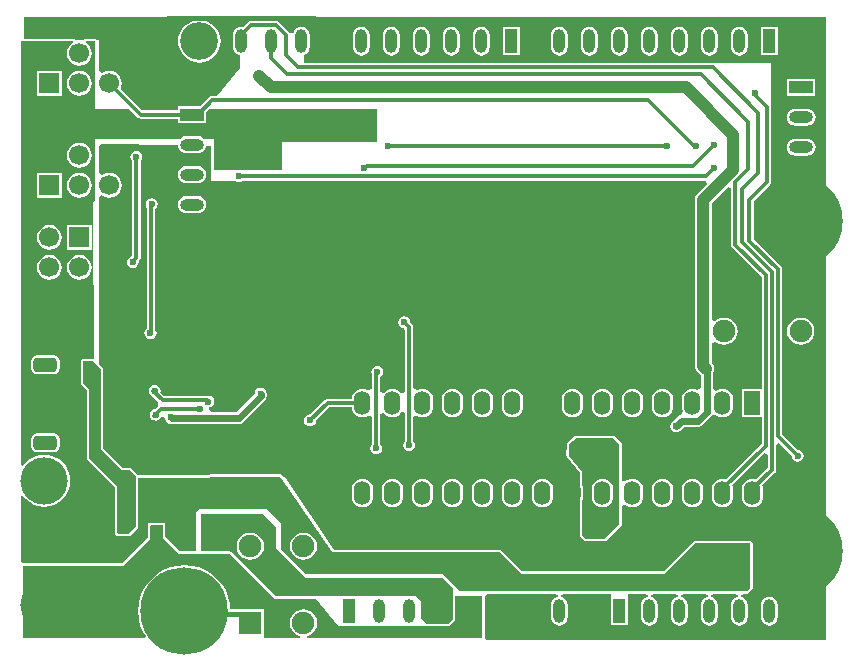
<source format=gbl>
G04*
G04 #@! TF.GenerationSoftware,Altium Limited,Altium Designer,20.2.5 (213)*
G04*
G04 Layer_Physical_Order=2*
G04 Layer_Color=16711680*
%FSLAX44Y44*%
%MOMM*%
G71*
G04*
G04 #@! TF.SameCoordinates,D028A582-A43C-45AF-95F9-5D6BD50934B0*
G04*
G04*
G04 #@! TF.FilePolarity,Positive*
G04*
G01*
G75*
%ADD26R,1.9000X1.9000*%
%ADD63R,1.9000X1.9000*%
%ADD64C,1.9000*%
%ADD71C,0.3000*%
%ADD73C,0.6000*%
%ADD74C,0.4000*%
%ADD75C,1.0000*%
%ADD78C,3.2000*%
%ADD79C,4.0000*%
%ADD80R,1.0000X2.0000*%
%ADD81O,1.0000X2.0000*%
%ADD82O,2.0000X1.0000*%
%ADD83R,2.0000X1.0000*%
%ADD84C,7.4000*%
%ADD85R,1.7000X1.7000*%
%ADD86C,1.7000*%
%ADD87R,1.4000X2.0000*%
%ADD88O,1.4000X2.0000*%
G04:AMPARAMS|DCode=89|XSize=2mm|YSize=1.2mm|CornerRadius=0.3mm|HoleSize=0mm|Usage=FLASHONLY|Rotation=0.000|XOffset=0mm|YOffset=0mm|HoleType=Round|Shape=RoundedRectangle|*
%AMROUNDEDRECTD89*
21,1,2.0000,0.6000,0,0,0.0*
21,1,1.4000,1.2000,0,0,0.0*
1,1,0.6000,0.7000,-0.3000*
1,1,0.6000,-0.7000,-0.3000*
1,1,0.6000,-0.7000,0.3000*
1,1,0.6000,0.7000,0.3000*
%
%ADD89ROUNDEDRECTD89*%
%ADD90C,0.6000*%
G36*
X683191Y1152D02*
X395191Y1152D01*
X394039Y3952D01*
Y38000D01*
X395961Y40011D01*
X396412Y40279D01*
X453164D01*
X455697Y39150D01*
Y39150D01*
D01*
X455819Y37279D01*
X455661Y37258D01*
X455373Y37220D01*
X453670Y36514D01*
X452208Y35392D01*
X451086Y33930D01*
X450380Y32227D01*
X450140Y30400D01*
Y20400D01*
X450380Y18573D01*
X451086Y16870D01*
X452208Y15408D01*
X453670Y14286D01*
X455373Y13580D01*
X457200Y13340D01*
X459027Y13580D01*
X460730Y14286D01*
X462192Y15408D01*
X463315Y16870D01*
X464020Y18573D01*
X464260Y20400D01*
Y30400D01*
X464020Y32227D01*
X463315Y33930D01*
X462192Y35392D01*
X460730Y36514D01*
X459027Y37220D01*
X458739Y37258D01*
X458581Y37279D01*
X458703Y39150D01*
X461236Y40279D01*
X500707D01*
X501000Y37400D01*
X501000Y37279D01*
Y25859D01*
X500940Y25400D01*
X501000Y24941D01*
Y13400D01*
X515000D01*
Y24941D01*
X515060Y25400D01*
X515000Y25859D01*
Y37279D01*
X515000Y37400D01*
X515293Y40279D01*
X529364D01*
X531897Y39150D01*
Y39150D01*
D01*
X532019Y37279D01*
X531861Y37258D01*
X531573Y37220D01*
X529870Y36514D01*
X528408Y35392D01*
X527285Y33930D01*
X526580Y32227D01*
X526340Y30400D01*
Y20400D01*
X526580Y18573D01*
X527285Y16870D01*
X528408Y15408D01*
X529870Y14286D01*
X531573Y13580D01*
X533400Y13340D01*
X535227Y13580D01*
X536930Y14286D01*
X538392Y15408D01*
X539515Y16870D01*
X540220Y18573D01*
X540460Y20400D01*
Y30400D01*
X540220Y32227D01*
X539515Y33930D01*
X538392Y35392D01*
X536930Y36514D01*
X535227Y37220D01*
X534939Y37258D01*
X534781Y37279D01*
X534903Y39150D01*
X537436Y40279D01*
X554764D01*
X557297Y39150D01*
Y39150D01*
D01*
X557419Y37279D01*
X557261Y37258D01*
X556973Y37220D01*
X555270Y36514D01*
X553808Y35392D01*
X552686Y33930D01*
X551980Y32227D01*
X551740Y30400D01*
Y20400D01*
X551980Y18573D01*
X552686Y16870D01*
X553808Y15408D01*
X555270Y14286D01*
X556973Y13580D01*
X558800Y13340D01*
X560627Y13580D01*
X562330Y14286D01*
X563792Y15408D01*
X564915Y16870D01*
X565620Y18573D01*
X565860Y20400D01*
Y30400D01*
X565620Y32227D01*
X564915Y33930D01*
X563792Y35392D01*
X562330Y36514D01*
X560627Y37220D01*
X560339Y37258D01*
X560181Y37279D01*
X560303Y39150D01*
X562836Y40279D01*
X580164D01*
X582697Y39150D01*
Y39150D01*
D01*
X582819Y37279D01*
X582661Y37258D01*
X582373Y37220D01*
X580670Y36514D01*
X579208Y35392D01*
X578086Y33930D01*
X577380Y32227D01*
X577140Y30400D01*
Y20400D01*
X577380Y18573D01*
X578086Y16870D01*
X579208Y15408D01*
X580670Y14286D01*
X582373Y13580D01*
X584200Y13340D01*
X586027Y13580D01*
X587730Y14286D01*
X589192Y15408D01*
X590314Y16870D01*
X591020Y18573D01*
X591260Y20400D01*
Y30400D01*
X591020Y32227D01*
X590314Y33930D01*
X589192Y35392D01*
X587730Y36514D01*
X586027Y37220D01*
X585739Y37258D01*
X585581Y37279D01*
X585703Y39150D01*
X588236Y40279D01*
X605564D01*
X608097Y39150D01*
Y39150D01*
D01*
X608219Y37279D01*
X608061Y37258D01*
X607773Y37220D01*
X606070Y36514D01*
X604608Y35392D01*
X603485Y33930D01*
X602780Y32227D01*
X602540Y30400D01*
Y20400D01*
X602780Y18573D01*
X603485Y16870D01*
X604608Y15408D01*
X606070Y14286D01*
X607773Y13580D01*
X609600Y13340D01*
X611427Y13580D01*
X613130Y14286D01*
X614592Y15408D01*
X615714Y16870D01*
X616420Y18573D01*
X616660Y20400D01*
Y30400D01*
X616420Y32227D01*
X615714Y33930D01*
X614592Y35392D01*
X613130Y36514D01*
X611427Y37220D01*
X611139Y37258D01*
X610981Y37279D01*
X611103Y39150D01*
X613636Y40279D01*
X615682D01*
X616463Y40434D01*
X617124Y40876D01*
X620124Y43876D01*
X620566Y44538D01*
X620721Y45318D01*
X620721Y83000D01*
X620566Y83780D01*
X620124Y84442D01*
X619463Y84884D01*
X618682Y85039D01*
X572000Y85039D01*
X572000Y85039D01*
X571220Y84884D01*
X570558Y84442D01*
X570558Y84442D01*
X545473Y59357D01*
X428117D01*
X428000Y59334D01*
X427883Y59357D01*
X425527D01*
X408124Y76760D01*
X407462Y77202D01*
X406682Y77357D01*
X266761D01*
X225191Y139509D01*
X223358D01*
X223342Y139532D01*
X223124Y139858D01*
X223121Y139860D01*
X223119Y139864D01*
X222217Y140758D01*
X222214Y140760D01*
X222212Y140764D01*
X221878Y140983D01*
X221554Y141198D01*
X221550Y141199D01*
X221547Y141201D01*
X221158Y141275D01*
X220773Y141350D01*
X220769Y141349D01*
X220765Y141350D01*
X100774Y140441D01*
X100770Y140440D01*
X100634Y140530D01*
X100192Y141192D01*
X95192Y146192D01*
X94530Y146634D01*
X93750Y146789D01*
X87845Y146789D01*
X70789Y163845D01*
X70789Y230500D01*
X70789Y230500D01*
X70634Y231280D01*
X70192Y231942D01*
X70192Y231942D01*
X67191Y234943D01*
X67191Y375977D01*
X70191Y377456D01*
X70905Y376908D01*
X73459Y375850D01*
X76200Y375489D01*
X78941Y375850D01*
X81495Y376908D01*
X83689Y378591D01*
X85372Y380785D01*
X86430Y383339D01*
X86791Y386080D01*
X86430Y388821D01*
X85372Y391375D01*
X83689Y393569D01*
X81495Y395252D01*
X78941Y396310D01*
X76200Y396671D01*
X73459Y396310D01*
X70905Y395252D01*
X70191Y394704D01*
X67191Y396183D01*
Y418690D01*
X69325Y420799D01*
X134016Y420017D01*
X134180Y418773D01*
X134886Y417070D01*
X136007Y415608D01*
X137470Y414486D01*
X139173Y413780D01*
X141000Y413540D01*
X151000D01*
X152827Y413780D01*
X154530Y414486D01*
X155992Y415608D01*
X157114Y417070D01*
X157820Y418773D01*
X157946Y419728D01*
X162554Y419673D01*
Y390000D01*
X182987D01*
X184049Y389290D01*
X186000Y388902D01*
X187951Y389290D01*
X189013Y390000D01*
X581095Y390000D01*
X582243Y387228D01*
X574008Y378993D01*
X572886Y377530D01*
X572180Y375827D01*
X571940Y374000D01*
Y232929D01*
X572180Y231102D01*
X572886Y229399D01*
X574008Y227937D01*
X576008Y225937D01*
X576752Y225366D01*
Y214760D01*
X575728Y213907D01*
X573752Y213055D01*
X572200Y213698D01*
X569850Y214008D01*
X567500Y213698D01*
X565311Y212792D01*
X563431Y211349D01*
X561988Y209469D01*
X561082Y207279D01*
X560772Y204930D01*
Y198930D01*
X561082Y196581D01*
X561725Y195028D01*
X561352Y193620D01*
X561199Y193314D01*
X560141Y191871D01*
X558979Y191640D01*
X557325Y190535D01*
X552395Y185605D01*
X551290Y183951D01*
X550902Y182000D01*
X551290Y180049D01*
X552395Y178395D01*
X554049Y177290D01*
X556000Y176902D01*
X557951Y177290D01*
X559605Y178395D01*
X563042Y181832D01*
X574821D01*
X576771Y182220D01*
X578425Y183325D01*
X585455Y190355D01*
X586036Y191225D01*
X586891Y191618D01*
X588693Y191947D01*
X589601Y191920D01*
X590711Y191068D01*
X592901Y190162D01*
X595250Y189852D01*
X597599Y190162D01*
X599789Y191068D01*
X601669Y192511D01*
X603111Y194391D01*
X604018Y196581D01*
X604328Y198930D01*
Y204930D01*
X604018Y207279D01*
X603111Y209469D01*
X601669Y211349D01*
X599789Y212792D01*
X597599Y213698D01*
X595250Y214008D01*
X592901Y213698D01*
X590711Y212792D01*
X589948Y212206D01*
X586948Y213630D01*
Y227182D01*
X587114Y227399D01*
X587820Y229102D01*
X588060Y230929D01*
X587820Y232757D01*
X587114Y234459D01*
X586060Y235833D01*
Y252390D01*
X586550Y252807D01*
X589060Y253713D01*
X590700Y252455D01*
X593498Y251296D01*
X596500Y250901D01*
X599502Y251296D01*
X602300Y252455D01*
X604702Y254298D01*
X606545Y256700D01*
X607704Y259498D01*
X608099Y262500D01*
X607704Y265502D01*
X606545Y268300D01*
X604702Y270702D01*
X602300Y272545D01*
X599502Y273704D01*
X596500Y274099D01*
X593498Y273704D01*
X590700Y272545D01*
X589060Y271287D01*
X586550Y272192D01*
X586060Y272610D01*
Y371076D01*
X599660Y384675D01*
X602431Y383527D01*
Y335950D01*
X602703Y334584D01*
X603477Y333426D01*
X628432Y308472D01*
Y213930D01*
X611650D01*
Y189930D01*
X628432D01*
Y166958D01*
X598570Y137096D01*
X597599Y137498D01*
X595250Y137808D01*
X592901Y137498D01*
X590711Y136592D01*
X588831Y135149D01*
X587388Y133269D01*
X586482Y131080D01*
X586172Y128730D01*
Y122730D01*
X586482Y120380D01*
X587388Y118191D01*
X588831Y116311D01*
X590711Y114868D01*
X592901Y113962D01*
X595250Y113652D01*
X597599Y113962D01*
X599789Y114868D01*
X601669Y116311D01*
X603111Y118191D01*
X604018Y120380D01*
X604328Y122730D01*
Y128730D01*
X604018Y131080D01*
X603616Y132050D01*
X630660Y159093D01*
X633431Y157945D01*
Y146558D01*
X623970Y137096D01*
X622999Y137498D01*
X620650Y137808D01*
X618301Y137498D01*
X616111Y136592D01*
X614231Y135149D01*
X612789Y133269D01*
X611882Y131080D01*
X611572Y128730D01*
Y122730D01*
X611882Y120380D01*
X612789Y118191D01*
X614231Y116311D01*
X616111Y114868D01*
X618301Y113962D01*
X620650Y113652D01*
X622999Y113962D01*
X625189Y114868D01*
X627069Y116311D01*
X628511Y118191D01*
X629418Y120380D01*
X629728Y122730D01*
Y128730D01*
X629418Y131080D01*
X629016Y132050D01*
X639523Y142557D01*
X640297Y143714D01*
X640569Y145080D01*
Y166465D01*
X643340Y167613D01*
X653911Y157043D01*
X653902Y157000D01*
X654290Y155049D01*
X655395Y153395D01*
X657049Y152290D01*
X659000Y151902D01*
X660951Y152290D01*
X662605Y153395D01*
X663710Y155049D01*
X664098Y157000D01*
X663710Y158951D01*
X662605Y160605D01*
X660951Y161710D01*
X659000Y162098D01*
X658957Y162089D01*
X645569Y175478D01*
Y315142D01*
X645297Y316508D01*
X644523Y317665D01*
X621569Y340620D01*
Y372522D01*
X635523Y386477D01*
X636297Y387634D01*
X636569Y389000D01*
Y390000D01*
X636761D01*
X636761Y490000D01*
X240991D01*
X240744Y496245D01*
X242290Y496885D01*
X243752Y498008D01*
X244874Y499470D01*
X245580Y501173D01*
X245820Y503000D01*
Y513000D01*
X245580Y514827D01*
X244874Y516530D01*
X243752Y517993D01*
X242290Y519114D01*
X240587Y519820D01*
X238760Y520060D01*
X236933Y519820D01*
X235230Y519114D01*
X233768Y517993D01*
X232645Y516530D01*
X232086Y515180D01*
X230980Y514857D01*
X228927Y514920D01*
X228523Y515523D01*
X222523Y521523D01*
X221366Y522297D01*
X221072Y522355D01*
X219404Y524023D01*
X218246Y524797D01*
X216881Y525069D01*
X196500D01*
X195134Y524797D01*
X193977Y524023D01*
X189775Y519822D01*
X187960Y520060D01*
X186133Y519820D01*
X184430Y519114D01*
X182968Y517993D01*
X181845Y516530D01*
X181140Y514827D01*
X180900Y513000D01*
Y503000D01*
X181140Y501173D01*
X181845Y499470D01*
X182968Y498008D01*
X184430Y496885D01*
X186133Y496180D01*
X186542Y496126D01*
Y485000D01*
X167134Y461569D01*
X163000D01*
X161634Y461297D01*
X160477Y460523D01*
X152953Y453000D01*
X146459D01*
X146000Y453060D01*
X145541Y453000D01*
X134000D01*
Y449569D01*
X104118D01*
X85715Y467972D01*
X86430Y469699D01*
X86791Y472440D01*
X86430Y475181D01*
X85372Y477735D01*
X83689Y479929D01*
X81495Y481612D01*
X78941Y482670D01*
X76200Y483031D01*
X73459Y482670D01*
X70905Y481612D01*
X70191Y481064D01*
X67191Y482543D01*
Y509227D01*
X65486Y509217D01*
X65124Y509760D01*
X64462Y510202D01*
X63682Y510357D01*
X56261D01*
X56064Y510318D01*
X55863D01*
X55677Y510241D01*
X55480Y510202D01*
X55313Y510090D01*
X55128Y510013D01*
X54986Y509871D01*
X54819Y509760D01*
X54707Y509593D01*
X54565Y509451D01*
X54488Y509265D01*
X54417Y509158D01*
X47209Y509120D01*
X47112Y509265D01*
X47035Y509451D01*
X46893Y509593D01*
X46781Y509760D01*
X46614Y509871D01*
X46472Y510013D01*
X46287Y510090D01*
X46120Y510202D01*
X45923Y510241D01*
X45737Y510318D01*
X45536D01*
X45339Y510357D01*
X3942Y510357D01*
X3942Y528152D01*
X146489D01*
X146933Y525152D01*
X145478Y524710D01*
X142351Y523039D01*
X139611Y520789D01*
X137361Y518049D01*
X135690Y514922D01*
X134661Y511529D01*
X134313Y508000D01*
X134661Y504471D01*
X135690Y501078D01*
X137361Y497951D01*
X139611Y495210D01*
X142351Y492961D01*
X145478Y491290D01*
X148871Y490261D01*
X152400Y489913D01*
X155929Y490261D01*
X159322Y491290D01*
X162449Y492961D01*
X165189Y495210D01*
X167439Y497951D01*
X169110Y501078D01*
X170140Y504471D01*
X170487Y508000D01*
X170140Y511529D01*
X169110Y514922D01*
X167439Y518049D01*
X165189Y520789D01*
X162449Y523039D01*
X159322Y524710D01*
X157866Y525152D01*
X158312Y528152D01*
X683191D01*
X683191Y1152D01*
D02*
G37*
G36*
X45339Y508318D02*
X45592Y507048D01*
X45505Y507012D01*
X43311Y505329D01*
X41628Y503135D01*
X40570Y500581D01*
X40209Y497840D01*
X40570Y495099D01*
X41628Y492545D01*
X43311Y490351D01*
X45505Y488668D01*
X48059Y487610D01*
X50800Y487249D01*
X53541Y487610D01*
X56095Y488668D01*
X58289Y490351D01*
X59972Y492545D01*
X61030Y495099D01*
X61391Y497840D01*
X61030Y500581D01*
X59972Y503135D01*
X58289Y505329D01*
X56095Y507012D01*
X56008Y507048D01*
X56261Y508318D01*
X63682D01*
Y451000D01*
X92593D01*
X100117Y443477D01*
X101274Y442703D01*
X102640Y442431D01*
X134000D01*
Y439000D01*
X145541D01*
X146000Y438940D01*
X146459Y439000D01*
X158000D01*
Y447953D01*
X161047Y451000D01*
X302914Y451000D01*
X303107Y423901D01*
X302213Y423000D01*
X222000Y423000D01*
Y398932D01*
X186833Y398932D01*
X186000Y399098D01*
X185167Y398932D01*
X165000D01*
Y425000D01*
X156447Y425000D01*
X155992Y425592D01*
X154530Y426715D01*
X152827Y427420D01*
X151000Y427660D01*
X141000D01*
X139173Y427420D01*
X137470Y426715D01*
X136007Y425592D01*
X135553Y425000D01*
X63682Y425000D01*
Y373318D01*
X62682Y372318D01*
Y364318D01*
X63417Y240204D01*
X63332Y240062D01*
X62152Y239259D01*
X62000Y239289D01*
X54250Y239289D01*
X53470Y239134D01*
X52808Y238692D01*
X52558Y238442D01*
X52116Y237780D01*
X51961Y237000D01*
Y218250D01*
X52116Y217470D01*
X52558Y216808D01*
X52558Y216808D01*
X56961Y212405D01*
Y155250D01*
X56961Y155250D01*
X57116Y154470D01*
X57558Y153808D01*
X80711Y130655D01*
Y92500D01*
X80866Y91720D01*
X81308Y91058D01*
X81308Y91058D01*
X82808Y89558D01*
X83470Y89116D01*
X84250Y88961D01*
X92500D01*
X92500Y88961D01*
X93280Y89116D01*
X93942Y89558D01*
X93942Y89558D01*
X100192Y95808D01*
X100634Y96470D01*
X100789Y97250D01*
Y138402D01*
X220781Y139311D01*
X221682Y138416D01*
Y138318D01*
X265000Y75318D01*
X406682D01*
X424682Y57318D01*
X427883D01*
X428000Y57295D01*
X428117Y57318D01*
X546318D01*
X572000Y83000D01*
X618682Y83000D01*
X618682Y45318D01*
X615682Y42318D01*
X372682D01*
X357682Y57318D01*
X242682Y57318D01*
X221682Y78318D01*
X221682Y100318D01*
X209682Y112318D01*
X152682D01*
X149682Y109318D01*
Y76039D01*
X135846D01*
X123539Y88346D01*
X123539Y98000D01*
X123384Y98780D01*
X123200Y99056D01*
Y100000D01*
X121697D01*
X121500Y100039D01*
X111000D01*
X110803Y100000D01*
X109200D01*
Y98906D01*
X109116Y98780D01*
X108961Y98000D01*
Y87845D01*
X87155Y66039D01*
X3000D01*
X2952Y66030D01*
X1682Y66936D01*
X1682Y122858D01*
X2952Y123312D01*
X5368Y120368D01*
X8718Y117619D01*
X12540Y115576D01*
X16687Y114318D01*
X21000Y113894D01*
X25313Y114318D01*
X29460Y115576D01*
X33282Y117619D01*
X36632Y120368D01*
X39381Y123718D01*
X41424Y127540D01*
X42682Y131687D01*
X43106Y136000D01*
X42682Y140313D01*
X41424Y144460D01*
X39381Y148282D01*
X36632Y151632D01*
X33282Y154381D01*
X29460Y156424D01*
X25313Y157682D01*
X21000Y158106D01*
X16687Y157682D01*
X12540Y156424D01*
X8718Y154381D01*
X5368Y151632D01*
X2952Y148688D01*
X1682Y149142D01*
X1682Y295318D01*
X1682Y508318D01*
X45339Y508318D01*
D02*
G37*
G36*
X68750Y230500D02*
X68750Y163000D01*
X87000Y144750D01*
X93750Y144750D01*
X98750Y139750D01*
Y97250D01*
X92500Y91000D01*
X84250D01*
X82750Y92500D01*
Y131500D01*
X59000Y155250D01*
Y213250D01*
X54000Y218250D01*
Y237000D01*
X54250Y237250D01*
X62000Y237250D01*
X68750Y230500D01*
D02*
G37*
G36*
X206000Y108000D02*
X217000Y97000D01*
X217000Y79000D01*
X242000Y54000D01*
X358000D01*
X367000Y45000D01*
Y38197D01*
X366961Y38000D01*
Y18845D01*
X363155Y15039D01*
X344961D01*
X340000Y20000D01*
X340000Y34000D01*
X336000Y38000D01*
X251712Y38000D01*
X251638Y38024D01*
X251514Y38015D01*
X251391Y38039D01*
X216845Y38039D01*
X179442Y75442D01*
X178780Y75884D01*
X178000Y76039D01*
X154000D01*
X154000Y108000D01*
X206000Y108000D01*
D02*
G37*
G36*
X121500Y87501D02*
X135001Y74000D01*
X178000D01*
X216000Y36000D01*
X251391Y36000D01*
X269391Y13000D01*
X364000Y13000D01*
X369000Y18000D01*
Y38000D01*
X392000D01*
Y3000D01*
X243388D01*
X243305Y4270D01*
X243502Y4296D01*
X246300Y5455D01*
X248702Y7298D01*
X250545Y9700D01*
X251704Y12498D01*
X252099Y15500D01*
X251704Y18502D01*
X250545Y21300D01*
X248702Y23702D01*
X246300Y25545D01*
X243502Y26704D01*
X240500Y27099D01*
X237498Y26704D01*
X234700Y25545D01*
X232298Y23702D01*
X230455Y21300D01*
X229296Y18502D01*
X228901Y15500D01*
X229296Y12498D01*
X230455Y9700D01*
X232298Y7298D01*
X234700Y5455D01*
X237498Y4296D01*
X237696Y4270D01*
X237612Y3000D01*
X207652D01*
X207000Y4000D01*
Y27000D01*
X189462D01*
X189061Y27268D01*
X187500Y27578D01*
X187500Y27578D01*
X178649D01*
X178339Y31520D01*
X176906Y37489D01*
X174557Y43160D01*
X171349Y48394D01*
X167362Y53062D01*
X162694Y57049D01*
X157460Y60257D01*
X151789Y62606D01*
X145820Y64039D01*
X139700Y64521D01*
X133580Y64039D01*
X127611Y62606D01*
X121940Y60257D01*
X116706Y57049D01*
X112038Y53062D01*
X108051Y48394D01*
X104843Y43160D01*
X102494Y37489D01*
X101061Y31520D01*
X100579Y25400D01*
X101061Y19280D01*
X102494Y13311D01*
X104843Y7640D01*
X107007Y4108D01*
X106387Y3000D01*
X3000D01*
Y64000D01*
X88000D01*
X111000Y87000D01*
Y98000D01*
X121500D01*
X121500Y87501D01*
D02*
G37*
%LPC*%
G36*
X642000Y520000D02*
X628000D01*
Y508459D01*
X627940Y508000D01*
X628000Y507541D01*
Y496000D01*
X642000D01*
Y507541D01*
X642060Y508000D01*
X642000Y508459D01*
Y520000D01*
D02*
G37*
G36*
X423560D02*
X409560D01*
Y508459D01*
X409500Y508000D01*
X409560Y507541D01*
Y496000D01*
X423560D01*
Y507541D01*
X423620Y508000D01*
X423560Y508459D01*
Y520000D01*
D02*
G37*
G36*
X609600Y520060D02*
X607773Y519820D01*
X606070Y519114D01*
X604608Y517993D01*
X603485Y516530D01*
X602780Y514827D01*
X602540Y513000D01*
Y503000D01*
X602780Y501173D01*
X603485Y499470D01*
X604608Y498008D01*
X606070Y496885D01*
X607773Y496180D01*
X609600Y495940D01*
X611427Y496180D01*
X613130Y496885D01*
X614592Y498008D01*
X615714Y499470D01*
X616420Y501173D01*
X616660Y503000D01*
Y513000D01*
X616420Y514827D01*
X615714Y516530D01*
X614592Y517993D01*
X613130Y519114D01*
X611427Y519820D01*
X609600Y520060D01*
D02*
G37*
G36*
X584200D02*
X582373Y519820D01*
X580670Y519114D01*
X579208Y517993D01*
X578086Y516530D01*
X577380Y514827D01*
X577140Y513000D01*
Y503000D01*
X577380Y501173D01*
X578086Y499470D01*
X579208Y498008D01*
X580670Y496885D01*
X582373Y496180D01*
X584200Y495940D01*
X586027Y496180D01*
X587730Y496885D01*
X589192Y498008D01*
X590314Y499470D01*
X591020Y501173D01*
X591260Y503000D01*
Y513000D01*
X591020Y514827D01*
X590314Y516530D01*
X589192Y517993D01*
X587730Y519114D01*
X586027Y519820D01*
X584200Y520060D01*
D02*
G37*
G36*
X558800D02*
X556973Y519820D01*
X555270Y519114D01*
X553808Y517993D01*
X552686Y516530D01*
X551980Y514827D01*
X551740Y513000D01*
Y503000D01*
X551980Y501173D01*
X552686Y499470D01*
X553808Y498008D01*
X555270Y496885D01*
X556973Y496180D01*
X558800Y495940D01*
X560627Y496180D01*
X562330Y496885D01*
X563792Y498008D01*
X564915Y499470D01*
X565620Y501173D01*
X565860Y503000D01*
Y513000D01*
X565620Y514827D01*
X564915Y516530D01*
X563792Y517993D01*
X562330Y519114D01*
X560627Y519820D01*
X558800Y520060D01*
D02*
G37*
G36*
X533400D02*
X531573Y519820D01*
X529870Y519114D01*
X528408Y517993D01*
X527285Y516530D01*
X526580Y514827D01*
X526340Y513000D01*
Y503000D01*
X526580Y501173D01*
X527285Y499470D01*
X528408Y498008D01*
X529870Y496885D01*
X531573Y496180D01*
X533400Y495940D01*
X535227Y496180D01*
X536930Y496885D01*
X538392Y498008D01*
X539515Y499470D01*
X540220Y501173D01*
X540460Y503000D01*
Y513000D01*
X540220Y514827D01*
X539515Y516530D01*
X538392Y517993D01*
X536930Y519114D01*
X535227Y519820D01*
X533400Y520060D01*
D02*
G37*
G36*
X508000D02*
X506173Y519820D01*
X504470Y519114D01*
X503008Y517993D01*
X501885Y516530D01*
X501180Y514827D01*
X500940Y513000D01*
Y503000D01*
X501180Y501173D01*
X501885Y499470D01*
X503008Y498008D01*
X504470Y496885D01*
X506173Y496180D01*
X508000Y495940D01*
X509827Y496180D01*
X511530Y496885D01*
X512992Y498008D01*
X514114Y499470D01*
X514820Y501173D01*
X515060Y503000D01*
Y513000D01*
X514820Y514827D01*
X514114Y516530D01*
X512992Y517993D01*
X511530Y519114D01*
X509827Y519820D01*
X508000Y520060D01*
D02*
G37*
G36*
X482600D02*
X480773Y519820D01*
X479070Y519114D01*
X477608Y517993D01*
X476485Y516530D01*
X475780Y514827D01*
X475540Y513000D01*
Y503000D01*
X475780Y501173D01*
X476485Y499470D01*
X477608Y498008D01*
X479070Y496885D01*
X480773Y496180D01*
X482600Y495940D01*
X484427Y496180D01*
X486130Y496885D01*
X487592Y498008D01*
X488714Y499470D01*
X489420Y501173D01*
X489660Y503000D01*
Y513000D01*
X489420Y514827D01*
X488714Y516530D01*
X487592Y517993D01*
X486130Y519114D01*
X484427Y519820D01*
X482600Y520060D01*
D02*
G37*
G36*
X457200D02*
X455373Y519820D01*
X453670Y519114D01*
X452208Y517993D01*
X451086Y516530D01*
X450380Y514827D01*
X450140Y513000D01*
Y503000D01*
X450380Y501173D01*
X451086Y499470D01*
X452208Y498008D01*
X453670Y496885D01*
X455373Y496180D01*
X457200Y495940D01*
X459027Y496180D01*
X460730Y496885D01*
X462192Y498008D01*
X463315Y499470D01*
X464020Y501173D01*
X464260Y503000D01*
Y513000D01*
X464020Y514827D01*
X463315Y516530D01*
X462192Y517993D01*
X460730Y519114D01*
X459027Y519820D01*
X457200Y520060D01*
D02*
G37*
G36*
X391160D02*
X389333Y519820D01*
X387630Y519114D01*
X386168Y517993D01*
X385046Y516530D01*
X384340Y514827D01*
X384100Y513000D01*
Y503000D01*
X384340Y501173D01*
X385046Y499470D01*
X386168Y498008D01*
X387630Y496885D01*
X389333Y496180D01*
X391160Y495940D01*
X392987Y496180D01*
X394690Y496885D01*
X396152Y498008D01*
X397275Y499470D01*
X397980Y501173D01*
X398220Y503000D01*
Y513000D01*
X397980Y514827D01*
X397275Y516530D01*
X396152Y517993D01*
X394690Y519114D01*
X392987Y519820D01*
X391160Y520060D01*
D02*
G37*
G36*
X365760D02*
X363933Y519820D01*
X362230Y519114D01*
X360768Y517993D01*
X359646Y516530D01*
X358940Y514827D01*
X358700Y513000D01*
Y503000D01*
X358940Y501173D01*
X359646Y499470D01*
X360768Y498008D01*
X362230Y496885D01*
X363933Y496180D01*
X365760Y495940D01*
X367587Y496180D01*
X369290Y496885D01*
X370752Y498008D01*
X371875Y499470D01*
X372580Y501173D01*
X372820Y503000D01*
Y513000D01*
X372580Y514827D01*
X371875Y516530D01*
X370752Y517993D01*
X369290Y519114D01*
X367587Y519820D01*
X365760Y520060D01*
D02*
G37*
G36*
X340360D02*
X338533Y519820D01*
X336830Y519114D01*
X335368Y517993D01*
X334245Y516530D01*
X333540Y514827D01*
X333300Y513000D01*
Y503000D01*
X333540Y501173D01*
X334245Y499470D01*
X335368Y498008D01*
X336830Y496885D01*
X338533Y496180D01*
X340360Y495940D01*
X342187Y496180D01*
X343890Y496885D01*
X345352Y498008D01*
X346474Y499470D01*
X347180Y501173D01*
X347420Y503000D01*
Y513000D01*
X347180Y514827D01*
X346474Y516530D01*
X345352Y517993D01*
X343890Y519114D01*
X342187Y519820D01*
X340360Y520060D01*
D02*
G37*
G36*
X314960D02*
X313133Y519820D01*
X311430Y519114D01*
X309968Y517993D01*
X308846Y516530D01*
X308140Y514827D01*
X307900Y513000D01*
Y503000D01*
X308140Y501173D01*
X308846Y499470D01*
X309968Y498008D01*
X311430Y496885D01*
X313133Y496180D01*
X314960Y495940D01*
X316787Y496180D01*
X318490Y496885D01*
X319952Y498008D01*
X321074Y499470D01*
X321780Y501173D01*
X322020Y503000D01*
Y513000D01*
X321780Y514827D01*
X321074Y516530D01*
X319952Y517993D01*
X318490Y519114D01*
X316787Y519820D01*
X314960Y520060D01*
D02*
G37*
G36*
X289560D02*
X287733Y519820D01*
X286030Y519114D01*
X284568Y517993D01*
X283445Y516530D01*
X282740Y514827D01*
X282500Y513000D01*
Y503000D01*
X282740Y501173D01*
X283445Y499470D01*
X284568Y498008D01*
X286030Y496885D01*
X287733Y496180D01*
X289560Y495940D01*
X291387Y496180D01*
X293090Y496885D01*
X294552Y498008D01*
X295674Y499470D01*
X296380Y501173D01*
X296620Y503000D01*
Y513000D01*
X296380Y514827D01*
X295674Y516530D01*
X294552Y517993D01*
X293090Y519114D01*
X291387Y519820D01*
X289560Y520060D01*
D02*
G37*
G36*
X662000Y476060D02*
X661541Y476000D01*
X650000D01*
Y462000D01*
X661541D01*
X662000Y461940D01*
X662459Y462000D01*
X674000D01*
Y476000D01*
X662459D01*
X662000Y476060D01*
D02*
G37*
G36*
X667000Y450660D02*
X657000D01*
X655173Y450420D01*
X653470Y449715D01*
X652008Y448592D01*
X650885Y447130D01*
X650180Y445427D01*
X649940Y443600D01*
X650180Y441773D01*
X650885Y440070D01*
X652008Y438608D01*
X653470Y437486D01*
X655173Y436780D01*
X657000Y436540D01*
X667000D01*
X668827Y436780D01*
X670530Y437486D01*
X671992Y438608D01*
X673114Y440070D01*
X673820Y441773D01*
X674060Y443600D01*
X673820Y445427D01*
X673114Y447130D01*
X671992Y448592D01*
X670530Y449715D01*
X668827Y450420D01*
X667000Y450660D01*
D02*
G37*
G36*
Y425260D02*
X657000D01*
X655173Y425020D01*
X653470Y424314D01*
X652008Y423192D01*
X650885Y421730D01*
X650180Y420027D01*
X649940Y418200D01*
X650180Y416373D01*
X650885Y414670D01*
X652008Y413208D01*
X653470Y412085D01*
X655173Y411380D01*
X657000Y411140D01*
X667000D01*
X668827Y411380D01*
X670530Y412085D01*
X671992Y413208D01*
X673114Y414670D01*
X673820Y416373D01*
X674060Y418200D01*
X673820Y420027D01*
X673114Y421730D01*
X671992Y423192D01*
X670530Y424314D01*
X668827Y425020D01*
X667000Y425260D01*
D02*
G37*
G36*
X151000Y402260D02*
X141000D01*
X139173Y402020D01*
X137470Y401315D01*
X136007Y400192D01*
X134886Y398730D01*
X134180Y397027D01*
X133940Y395200D01*
X134180Y393373D01*
X134886Y391670D01*
X136007Y390208D01*
X137470Y389086D01*
X139173Y388380D01*
X141000Y388140D01*
X151000D01*
X152827Y388380D01*
X154530Y389086D01*
X155992Y390208D01*
X157114Y391670D01*
X157820Y393373D01*
X158060Y395200D01*
X157820Y397027D01*
X157114Y398730D01*
X155992Y400192D01*
X154530Y401315D01*
X152827Y402020D01*
X151000Y402260D01*
D02*
G37*
G36*
Y376860D02*
X141000D01*
X139173Y376620D01*
X137470Y375914D01*
X136007Y374792D01*
X134886Y373330D01*
X134180Y371627D01*
X133940Y369800D01*
X134180Y367973D01*
X134886Y366270D01*
X136007Y364808D01*
X137470Y363685D01*
X139173Y362980D01*
X141000Y362740D01*
X151000D01*
X152827Y362980D01*
X154530Y363685D01*
X155992Y364808D01*
X157114Y366270D01*
X157820Y367973D01*
X158060Y369800D01*
X157820Y371627D01*
X157114Y373330D01*
X155992Y374792D01*
X154530Y375914D01*
X152827Y376620D01*
X151000Y376860D01*
D02*
G37*
G36*
X99000Y415098D02*
X97049Y414710D01*
X95395Y413605D01*
X94290Y411951D01*
X93902Y410000D01*
X94290Y408049D01*
X95395Y406395D01*
X95431Y406371D01*
Y326290D01*
X95051Y325909D01*
X94049Y325710D01*
X92395Y324605D01*
X91290Y322951D01*
X90902Y321000D01*
X91290Y319049D01*
X92395Y317395D01*
X94049Y316290D01*
X96000Y315902D01*
X97951Y316290D01*
X99605Y317395D01*
X100710Y319049D01*
X101098Y321000D01*
X100955Y321720D01*
X101523Y322288D01*
X102297Y323446D01*
X102569Y324812D01*
Y406371D01*
X102605Y406395D01*
X103710Y408049D01*
X104098Y410000D01*
X103710Y411951D01*
X102605Y413605D01*
X100951Y414710D01*
X99000Y415098D01*
D02*
G37*
G36*
X112000Y375098D02*
X110049Y374710D01*
X108395Y373605D01*
X107290Y371951D01*
X106902Y370000D01*
X107290Y368049D01*
X107931Y367089D01*
Y264963D01*
X107395Y264605D01*
X106290Y262951D01*
X105902Y261000D01*
X106290Y259049D01*
X107395Y257395D01*
X109049Y256290D01*
X111000Y255902D01*
X112951Y256290D01*
X114605Y257395D01*
X115710Y259049D01*
X116098Y261000D01*
X115710Y262951D01*
X115069Y263911D01*
Y366037D01*
X115605Y366395D01*
X116710Y368049D01*
X117098Y370000D01*
X116710Y371951D01*
X115605Y373605D01*
X113951Y374710D01*
X112000Y375098D01*
D02*
G37*
G36*
X661500Y274099D02*
X658498Y273704D01*
X655700Y272545D01*
X653298Y270702D01*
X651455Y268300D01*
X650296Y265502D01*
X649901Y262500D01*
X650296Y259498D01*
X651455Y256700D01*
X653298Y254298D01*
X655700Y252455D01*
X658498Y251296D01*
X661500Y250901D01*
X664502Y251296D01*
X667300Y252455D01*
X669702Y254298D01*
X671545Y256700D01*
X672704Y259498D01*
X673099Y262500D01*
X672704Y265502D01*
X671545Y268300D01*
X669702Y270702D01*
X667300Y272545D01*
X664502Y273704D01*
X661500Y274099D01*
D02*
G37*
G36*
X326000Y275098D02*
X324049Y274710D01*
X322395Y273605D01*
X321290Y271951D01*
X320902Y270000D01*
X321290Y268049D01*
X322395Y266395D01*
X324049Y265290D01*
X326000Y264902D01*
X326431Y261990D01*
Y210669D01*
X324728Y209917D01*
X323431Y209834D01*
X322269Y211349D01*
X320389Y212792D01*
X318200Y213698D01*
X315850Y214008D01*
X313500Y213698D01*
X311311Y212792D01*
X309431Y211349D01*
X308569Y210225D01*
X305569Y211146D01*
Y223703D01*
X306605Y224395D01*
X307710Y226049D01*
X308098Y228000D01*
X307710Y229951D01*
X306605Y231605D01*
X304951Y232710D01*
X303000Y233098D01*
X301049Y232710D01*
X299395Y231605D01*
X298290Y229951D01*
X297902Y228000D01*
X298290Y226049D01*
X298431Y225838D01*
Y213931D01*
X295431Y212452D01*
X294989Y212792D01*
X292799Y213698D01*
X290450Y214008D01*
X288100Y213698D01*
X285911Y212792D01*
X284031Y211349D01*
X282589Y209469D01*
X281682Y207279D01*
X281447Y205499D01*
X260930D01*
X259564Y205227D01*
X258407Y204453D01*
X246043Y192090D01*
X246000Y192098D01*
X244049Y191710D01*
X242395Y190605D01*
X241290Y188951D01*
X240902Y187000D01*
X241290Y185049D01*
X242395Y183395D01*
X244049Y182290D01*
X246000Y181902D01*
X247951Y182290D01*
X249605Y183395D01*
X250710Y185049D01*
X251098Y187000D01*
X251089Y187043D01*
X262408Y198361D01*
X281447D01*
X281682Y196581D01*
X282589Y194391D01*
X284031Y192511D01*
X285911Y191068D01*
X288100Y190162D01*
X290450Y189852D01*
X292799Y190162D01*
X294989Y191068D01*
X295431Y191408D01*
X298431Y189929D01*
Y167066D01*
X298395Y167042D01*
X297290Y165388D01*
X296902Y163438D01*
X297290Y161487D01*
X298395Y159833D01*
X300049Y158728D01*
X302000Y158340D01*
X303951Y158728D01*
X305605Y159833D01*
X306710Y161487D01*
X307098Y163438D01*
X306710Y165388D01*
X305605Y167042D01*
X305569Y167066D01*
Y192714D01*
X308569Y193635D01*
X309431Y192511D01*
X311311Y191068D01*
X313500Y190162D01*
X315850Y189852D01*
X318200Y190162D01*
X320389Y191068D01*
X322269Y192511D01*
X323431Y194026D01*
X324728Y193943D01*
X326431Y193191D01*
Y169629D01*
X326395Y169605D01*
X325290Y167951D01*
X324902Y166000D01*
X325290Y164049D01*
X326395Y162395D01*
X328049Y161290D01*
X330000Y160902D01*
X331951Y161290D01*
X333605Y162395D01*
X334710Y164049D01*
X335098Y166000D01*
X334710Y167951D01*
X333605Y169605D01*
X333569Y169629D01*
Y189699D01*
X336569Y191178D01*
X336711Y191068D01*
X338900Y190162D01*
X341250Y189852D01*
X343600Y190162D01*
X345789Y191068D01*
X347669Y192511D01*
X349111Y194391D01*
X350018Y196581D01*
X350328Y198930D01*
Y204930D01*
X350018Y207279D01*
X349111Y209469D01*
X347669Y211349D01*
X345789Y212792D01*
X343600Y213698D01*
X341250Y214008D01*
X338900Y213698D01*
X336711Y212792D01*
X336569Y212682D01*
X333569Y214161D01*
Y266000D01*
X333297Y267366D01*
X332523Y268523D01*
X331090Y269957D01*
X331098Y270000D01*
X330710Y271951D01*
X329605Y273605D01*
X327951Y274710D01*
X326000Y275098D01*
D02*
G37*
G36*
X544450Y214008D02*
X542100Y213698D01*
X539911Y212792D01*
X538031Y211349D01*
X536589Y209469D01*
X535682Y207279D01*
X535372Y204930D01*
Y198930D01*
X535682Y196581D01*
X536589Y194391D01*
X538031Y192511D01*
X539911Y191068D01*
X542100Y190162D01*
X544450Y189852D01*
X546800Y190162D01*
X548989Y191068D01*
X550869Y192511D01*
X552311Y194391D01*
X553218Y196581D01*
X553528Y198930D01*
Y204930D01*
X553218Y207279D01*
X552311Y209469D01*
X550869Y211349D01*
X548989Y212792D01*
X546800Y213698D01*
X544450Y214008D01*
D02*
G37*
G36*
X519050D02*
X516701Y213698D01*
X514511Y212792D01*
X512631Y211349D01*
X511189Y209469D01*
X510282Y207279D01*
X509972Y204930D01*
Y198930D01*
X510282Y196581D01*
X511189Y194391D01*
X512631Y192511D01*
X514511Y191068D01*
X516701Y190162D01*
X519050Y189852D01*
X521399Y190162D01*
X523589Y191068D01*
X525469Y192511D01*
X526911Y194391D01*
X527818Y196581D01*
X528128Y198930D01*
Y204930D01*
X527818Y207279D01*
X526911Y209469D01*
X525469Y211349D01*
X523589Y212792D01*
X521399Y213698D01*
X519050Y214008D01*
D02*
G37*
G36*
X493650D02*
X491301Y213698D01*
X489111Y212792D01*
X487231Y211349D01*
X485788Y209469D01*
X484882Y207279D01*
X484572Y204930D01*
Y198930D01*
X484882Y196581D01*
X485788Y194391D01*
X487231Y192511D01*
X489111Y191068D01*
X491301Y190162D01*
X493650Y189852D01*
X495999Y190162D01*
X498189Y191068D01*
X500069Y192511D01*
X501511Y194391D01*
X502418Y196581D01*
X502728Y198930D01*
Y204930D01*
X502418Y207279D01*
X501511Y209469D01*
X500069Y211349D01*
X498189Y212792D01*
X495999Y213698D01*
X493650Y214008D01*
D02*
G37*
G36*
X468250D02*
X465900Y213698D01*
X463711Y212792D01*
X461831Y211349D01*
X460388Y209469D01*
X459482Y207279D01*
X459172Y204930D01*
Y198930D01*
X459482Y196581D01*
X460388Y194391D01*
X461831Y192511D01*
X463711Y191068D01*
X465900Y190162D01*
X468250Y189852D01*
X470600Y190162D01*
X472789Y191068D01*
X474669Y192511D01*
X476111Y194391D01*
X477018Y196581D01*
X477328Y198930D01*
Y204930D01*
X477018Y207279D01*
X476111Y209469D01*
X474669Y211349D01*
X472789Y212792D01*
X470600Y213698D01*
X468250Y214008D01*
D02*
G37*
G36*
X417450D02*
X415101Y213698D01*
X412911Y212792D01*
X411031Y211349D01*
X409589Y209469D01*
X408682Y207279D01*
X408372Y204930D01*
Y198930D01*
X408682Y196581D01*
X409589Y194391D01*
X411031Y192511D01*
X412911Y191068D01*
X415101Y190162D01*
X417450Y189852D01*
X419799Y190162D01*
X421989Y191068D01*
X423869Y192511D01*
X425311Y194391D01*
X426218Y196581D01*
X426528Y198930D01*
Y204930D01*
X426218Y207279D01*
X425311Y209469D01*
X423869Y211349D01*
X421989Y212792D01*
X419799Y213698D01*
X417450Y214008D01*
D02*
G37*
G36*
X392050D02*
X389701Y213698D01*
X387511Y212792D01*
X385631Y211349D01*
X384188Y209469D01*
X383282Y207279D01*
X382972Y204930D01*
Y198930D01*
X383282Y196581D01*
X384188Y194391D01*
X385631Y192511D01*
X387511Y191068D01*
X389701Y190162D01*
X392050Y189852D01*
X394399Y190162D01*
X396589Y191068D01*
X398469Y192511D01*
X399911Y194391D01*
X400818Y196581D01*
X401128Y198930D01*
Y204930D01*
X400818Y207279D01*
X399911Y209469D01*
X398469Y211349D01*
X396589Y212792D01*
X394399Y213698D01*
X392050Y214008D01*
D02*
G37*
G36*
X366650D02*
X364300Y213698D01*
X362111Y212792D01*
X360231Y211349D01*
X358788Y209469D01*
X357882Y207279D01*
X357572Y204930D01*
Y198930D01*
X357882Y196581D01*
X358788Y194391D01*
X360231Y192511D01*
X362111Y191068D01*
X364300Y190162D01*
X366650Y189852D01*
X368999Y190162D01*
X371189Y191068D01*
X373069Y192511D01*
X374511Y194391D01*
X375418Y196581D01*
X375728Y198930D01*
Y204930D01*
X375418Y207279D01*
X374511Y209469D01*
X373069Y211349D01*
X371189Y212792D01*
X368999Y213698D01*
X366650Y214008D01*
D02*
G37*
G36*
X114500Y217098D02*
X112549Y216710D01*
X110895Y215605D01*
X109790Y213951D01*
X109402Y212000D01*
X109790Y210049D01*
X110895Y208395D01*
X112549Y207290D01*
X113013Y207198D01*
X117344Y202866D01*
X117470Y199701D01*
X117015Y199061D01*
X114940Y196987D01*
X113549Y196710D01*
X111895Y195605D01*
X110790Y193951D01*
X110402Y192000D01*
X110516Y191426D01*
X110431Y191000D01*
X110703Y189634D01*
X111477Y188477D01*
X112634Y187703D01*
X113057Y187619D01*
X113549Y187290D01*
X115500Y186902D01*
X117451Y187290D01*
X119105Y188395D01*
X120033Y189785D01*
X121373Y189741D01*
X123042Y189298D01*
X123290Y188049D01*
X124395Y186395D01*
X125395Y185395D01*
X127049Y184290D01*
X129000Y183902D01*
X185750D01*
X187701Y184290D01*
X189355Y185395D01*
X207855Y203895D01*
X208960Y205549D01*
X209348Y207500D01*
Y209750D01*
X208960Y211701D01*
X207855Y213355D01*
X206201Y214460D01*
X204250Y214848D01*
X202299Y214460D01*
X200645Y213355D01*
X199540Y211701D01*
X199152Y209750D01*
Y209611D01*
X183639Y194098D01*
X162475D01*
X160227Y197023D01*
X160468Y197908D01*
X160940Y198089D01*
X161951Y198290D01*
X163605Y199395D01*
X164710Y201049D01*
X165098Y203000D01*
X164710Y204951D01*
X163605Y206605D01*
X161951Y207710D01*
X160000Y208098D01*
X158049Y207710D01*
X157837Y207569D01*
X122736D01*
X119383Y210921D01*
X119598Y212000D01*
X119210Y213951D01*
X118105Y215605D01*
X116451Y216710D01*
X114500Y217098D01*
D02*
G37*
G36*
X502000Y174039D02*
X473662Y174039D01*
X472000Y174039D01*
X471726Y173985D01*
X471447Y173963D01*
X471339Y173908D01*
X471220Y173884D01*
X470987Y173729D01*
X470738Y173602D01*
X464172Y168430D01*
X464106Y168352D01*
X464020Y168297D01*
X463849Y168052D01*
X463655Y167825D01*
X463624Y167728D01*
X463565Y167644D01*
X463501Y167352D01*
X463409Y167068D01*
X463417Y166966D01*
X463395Y166867D01*
X463205Y157039D01*
X463261Y156726D01*
X463292Y156410D01*
X463331Y156337D01*
X463345Y156256D01*
X463517Y155988D01*
X463666Y155708D01*
X474641Y142310D01*
Y131897D01*
X474796Y131116D01*
X475032Y130547D01*
X475288Y128596D01*
Y122864D01*
X475032Y120913D01*
X474796Y120344D01*
X474641Y119563D01*
Y103189D01*
Y89733D01*
X474796Y88953D01*
X475238Y88291D01*
X477232Y86298D01*
X477280Y86055D01*
X477722Y85393D01*
X478383Y84951D01*
X479164Y84796D01*
X495835D01*
X495835Y84796D01*
X496615Y84951D01*
X497277Y85393D01*
X509442Y97558D01*
X509884Y98220D01*
X510039Y99000D01*
Y114761D01*
X511452Y115606D01*
X513039Y115998D01*
X514511Y114868D01*
X516701Y113962D01*
X519050Y113652D01*
X521399Y113962D01*
X523589Y114868D01*
X525469Y116311D01*
X526911Y118191D01*
X527818Y120380D01*
X528128Y122730D01*
Y128730D01*
X527818Y131080D01*
X526911Y133269D01*
X525469Y135149D01*
X523589Y136592D01*
X521399Y137498D01*
X519050Y137808D01*
X516701Y137498D01*
X514511Y136592D01*
X513039Y135462D01*
X511452Y135854D01*
X510039Y136699D01*
Y166828D01*
X510024Y166902D01*
X510034Y166978D01*
X509947Y167290D01*
X509884Y167608D01*
X509842Y167671D01*
X509821Y167745D01*
X509622Y168000D01*
X509442Y168270D01*
X509379Y168312D01*
X509332Y168372D01*
X503331Y173545D01*
X503050Y173704D01*
X502780Y173884D01*
X502705Y173899D01*
X502639Y173937D01*
X502318Y173976D01*
X502000Y174039D01*
D02*
G37*
G36*
X569850Y137808D02*
X567500Y137498D01*
X565311Y136592D01*
X563431Y135149D01*
X561988Y133269D01*
X561082Y131080D01*
X560772Y128730D01*
Y122730D01*
X561082Y120380D01*
X561988Y118191D01*
X563431Y116311D01*
X565311Y114868D01*
X567500Y113962D01*
X569850Y113652D01*
X572200Y113962D01*
X574389Y114868D01*
X576269Y116311D01*
X577711Y118191D01*
X578618Y120380D01*
X578928Y122730D01*
Y128730D01*
X578618Y131080D01*
X577711Y133269D01*
X576269Y135149D01*
X574389Y136592D01*
X572200Y137498D01*
X569850Y137808D01*
D02*
G37*
G36*
X544450D02*
X542100Y137498D01*
X539911Y136592D01*
X538031Y135149D01*
X536589Y133269D01*
X535682Y131080D01*
X535372Y128730D01*
Y122730D01*
X535682Y120380D01*
X536589Y118191D01*
X538031Y116311D01*
X539911Y114868D01*
X542100Y113962D01*
X544450Y113652D01*
X546800Y113962D01*
X548989Y114868D01*
X550869Y116311D01*
X552311Y118191D01*
X553218Y120380D01*
X553528Y122730D01*
Y128730D01*
X553218Y131080D01*
X552311Y133269D01*
X550869Y135149D01*
X548989Y136592D01*
X546800Y137498D01*
X544450Y137808D01*
D02*
G37*
G36*
X442850D02*
X440500Y137498D01*
X438311Y136592D01*
X436431Y135149D01*
X434989Y133269D01*
X434082Y131080D01*
X433772Y128730D01*
Y122730D01*
X434082Y120380D01*
X434989Y118191D01*
X436431Y116311D01*
X438311Y114868D01*
X440500Y113962D01*
X442850Y113652D01*
X445200Y113962D01*
X447389Y114868D01*
X449269Y116311D01*
X450711Y118191D01*
X451618Y120380D01*
X451928Y122730D01*
Y128730D01*
X451618Y131080D01*
X450711Y133269D01*
X449269Y135149D01*
X447389Y136592D01*
X445200Y137498D01*
X442850Y137808D01*
D02*
G37*
G36*
X417450D02*
X415101Y137498D01*
X412911Y136592D01*
X411031Y135149D01*
X409589Y133269D01*
X408682Y131080D01*
X408372Y128730D01*
Y122730D01*
X408682Y120380D01*
X409589Y118191D01*
X411031Y116311D01*
X412911Y114868D01*
X415101Y113962D01*
X417450Y113652D01*
X419799Y113962D01*
X421989Y114868D01*
X423869Y116311D01*
X425311Y118191D01*
X426218Y120380D01*
X426528Y122730D01*
Y128730D01*
X426218Y131080D01*
X425311Y133269D01*
X423869Y135149D01*
X421989Y136592D01*
X419799Y137498D01*
X417450Y137808D01*
D02*
G37*
G36*
X392050D02*
X389701Y137498D01*
X387511Y136592D01*
X385631Y135149D01*
X384188Y133269D01*
X383282Y131080D01*
X382972Y128730D01*
Y122730D01*
X383282Y120380D01*
X384188Y118191D01*
X385631Y116311D01*
X387511Y114868D01*
X389701Y113962D01*
X392050Y113652D01*
X394399Y113962D01*
X396589Y114868D01*
X398469Y116311D01*
X399911Y118191D01*
X400818Y120380D01*
X401128Y122730D01*
Y128730D01*
X400818Y131080D01*
X399911Y133269D01*
X398469Y135149D01*
X396589Y136592D01*
X394399Y137498D01*
X392050Y137808D01*
D02*
G37*
G36*
X366650D02*
X364300Y137498D01*
X362111Y136592D01*
X360231Y135149D01*
X358788Y133269D01*
X357882Y131080D01*
X357572Y128730D01*
Y122730D01*
X357882Y120380D01*
X358788Y118191D01*
X360231Y116311D01*
X362111Y114868D01*
X364300Y113962D01*
X366650Y113652D01*
X368999Y113962D01*
X371189Y114868D01*
X373069Y116311D01*
X374511Y118191D01*
X375418Y120380D01*
X375728Y122730D01*
Y128730D01*
X375418Y131080D01*
X374511Y133269D01*
X373069Y135149D01*
X371189Y136592D01*
X368999Y137498D01*
X366650Y137808D01*
D02*
G37*
G36*
X341250D02*
X338900Y137498D01*
X336711Y136592D01*
X334831Y135149D01*
X333388Y133269D01*
X332482Y131080D01*
X332172Y128730D01*
Y122730D01*
X332482Y120380D01*
X333388Y118191D01*
X334831Y116311D01*
X336711Y114868D01*
X338900Y113962D01*
X341250Y113652D01*
X343600Y113962D01*
X345789Y114868D01*
X347669Y116311D01*
X349111Y118191D01*
X350018Y120380D01*
X350328Y122730D01*
Y128730D01*
X350018Y131080D01*
X349111Y133269D01*
X347669Y135149D01*
X345789Y136592D01*
X343600Y137498D01*
X341250Y137808D01*
D02*
G37*
G36*
X315850D02*
X313500Y137498D01*
X311311Y136592D01*
X309431Y135149D01*
X307988Y133269D01*
X307082Y131080D01*
X306772Y128730D01*
Y122730D01*
X307082Y120380D01*
X307988Y118191D01*
X309431Y116311D01*
X311311Y114868D01*
X313500Y113962D01*
X315850Y113652D01*
X318200Y113962D01*
X320389Y114868D01*
X322269Y116311D01*
X323711Y118191D01*
X324618Y120380D01*
X324928Y122730D01*
Y128730D01*
X324618Y131080D01*
X323711Y133269D01*
X322269Y135149D01*
X320389Y136592D01*
X318200Y137498D01*
X315850Y137808D01*
D02*
G37*
G36*
X290450D02*
X288100Y137498D01*
X285911Y136592D01*
X284031Y135149D01*
X282589Y133269D01*
X281682Y131080D01*
X281372Y128730D01*
Y122730D01*
X281682Y120380D01*
X282589Y118191D01*
X284031Y116311D01*
X285911Y114868D01*
X288100Y113962D01*
X290450Y113652D01*
X292799Y113962D01*
X294989Y114868D01*
X296869Y116311D01*
X298311Y118191D01*
X299218Y120380D01*
X299528Y122730D01*
Y128730D01*
X299218Y131080D01*
X298311Y133269D01*
X296869Y135149D01*
X294989Y136592D01*
X292799Y137498D01*
X290450Y137808D01*
D02*
G37*
G36*
X635000Y37460D02*
X633173Y37220D01*
X631470Y36514D01*
X630008Y35392D01*
X628885Y33930D01*
X628180Y32227D01*
X627940Y30400D01*
Y20400D01*
X628180Y18573D01*
X628885Y16870D01*
X630008Y15408D01*
X631470Y14286D01*
X633173Y13580D01*
X635000Y13340D01*
X636827Y13580D01*
X638530Y14286D01*
X639992Y15408D01*
X641115Y16870D01*
X641820Y18573D01*
X642060Y20400D01*
Y30400D01*
X641820Y32227D01*
X641115Y33930D01*
X639992Y35392D01*
X638530Y36514D01*
X636827Y37220D01*
X635000Y37460D01*
D02*
G37*
%LPD*%
G36*
X508000Y166828D02*
Y99000D01*
X495835Y86835D01*
X479164D01*
Y87249D01*
X476680Y89733D01*
Y103189D01*
Y119563D01*
X477018Y120380D01*
X477328Y122730D01*
Y128730D01*
X477018Y131080D01*
X476680Y131897D01*
Y143039D01*
X465244Y157000D01*
X465434Y166828D01*
X472000Y172000D01*
X473662Y172000D01*
X502000Y172000D01*
X508000Y166828D01*
D02*
G37*
%LPC*%
G36*
X493650Y137808D02*
X491301Y137498D01*
X489111Y136592D01*
X487231Y135149D01*
X485788Y133269D01*
X484882Y131080D01*
X484572Y128730D01*
Y122730D01*
X484882Y120380D01*
X485788Y118191D01*
X487231Y116311D01*
X489111Y114868D01*
X491301Y113962D01*
X493650Y113652D01*
X495999Y113962D01*
X498189Y114868D01*
X500069Y116311D01*
X501511Y118191D01*
X502418Y120380D01*
X502728Y122730D01*
Y128730D01*
X502418Y131080D01*
X501511Y133269D01*
X500069Y135149D01*
X498189Y136592D01*
X495999Y137498D01*
X493650Y137808D01*
D02*
G37*
G36*
X35900Y482940D02*
X14900D01*
Y461940D01*
X35900D01*
Y482940D01*
D02*
G37*
G36*
X50800Y483031D02*
X48059Y482670D01*
X45505Y481612D01*
X43311Y479929D01*
X41628Y477735D01*
X40570Y475181D01*
X40209Y472440D01*
X40570Y469699D01*
X41628Y467145D01*
X43311Y464951D01*
X45505Y463268D01*
X48059Y462210D01*
X50800Y461849D01*
X53541Y462210D01*
X56095Y463268D01*
X58289Y464951D01*
X59972Y467145D01*
X61030Y469699D01*
X61391Y472440D01*
X61030Y475181D01*
X59972Y477735D01*
X58289Y479929D01*
X56095Y481612D01*
X53541Y482670D01*
X50800Y483031D01*
D02*
G37*
G36*
Y422071D02*
X48059Y421710D01*
X45505Y420652D01*
X43311Y418969D01*
X41628Y416775D01*
X40570Y414221D01*
X40209Y411480D01*
X40570Y408739D01*
X41628Y406185D01*
X43311Y403991D01*
X45505Y402308D01*
X48059Y401250D01*
X50800Y400889D01*
X53541Y401250D01*
X56095Y402308D01*
X58289Y403991D01*
X59972Y406185D01*
X61030Y408739D01*
X61391Y411480D01*
X61030Y414221D01*
X59972Y416775D01*
X58289Y418969D01*
X56095Y420652D01*
X53541Y421710D01*
X50800Y422071D01*
D02*
G37*
G36*
X35900Y396580D02*
X14900D01*
Y375580D01*
X35900D01*
Y396580D01*
D02*
G37*
G36*
X50800Y396671D02*
X48059Y396310D01*
X45505Y395252D01*
X43311Y393569D01*
X41628Y391375D01*
X40570Y388821D01*
X40209Y386080D01*
X40570Y383339D01*
X41628Y380785D01*
X43311Y378591D01*
X45505Y376908D01*
X48059Y375850D01*
X50800Y375489D01*
X53541Y375850D01*
X56095Y376908D01*
X58289Y378591D01*
X59972Y380785D01*
X61030Y383339D01*
X61391Y386080D01*
X61030Y388821D01*
X59972Y391375D01*
X58289Y393569D01*
X56095Y395252D01*
X53541Y396310D01*
X50800Y396671D01*
D02*
G37*
G36*
X61300Y352500D02*
X40300D01*
Y331500D01*
X61300D01*
Y352500D01*
D02*
G37*
G36*
X25400Y352591D02*
X22659Y352230D01*
X20105Y351172D01*
X17911Y349489D01*
X16228Y347295D01*
X15170Y344741D01*
X14809Y342000D01*
X15170Y339259D01*
X16228Y336705D01*
X17911Y334511D01*
X20105Y332828D01*
X22659Y331770D01*
X25400Y331409D01*
X28141Y331770D01*
X30695Y332828D01*
X32889Y334511D01*
X34572Y336705D01*
X35630Y339259D01*
X35991Y342000D01*
X35630Y344741D01*
X34572Y347295D01*
X32889Y349489D01*
X30695Y351172D01*
X28141Y352230D01*
X25400Y352591D01*
D02*
G37*
G36*
X50800Y327191D02*
X48059Y326830D01*
X45505Y325772D01*
X43311Y324089D01*
X41628Y321895D01*
X40570Y319341D01*
X40209Y316600D01*
X40570Y313859D01*
X41628Y311305D01*
X43311Y309111D01*
X45505Y307428D01*
X48059Y306370D01*
X50800Y306010D01*
X53541Y306370D01*
X56095Y307428D01*
X58289Y309111D01*
X59972Y311305D01*
X61030Y313859D01*
X61391Y316600D01*
X61030Y319341D01*
X59972Y321895D01*
X58289Y324089D01*
X56095Y325772D01*
X53541Y326830D01*
X50800Y327191D01*
D02*
G37*
G36*
X25400D02*
X22659Y326830D01*
X20105Y325772D01*
X17911Y324089D01*
X16228Y321895D01*
X15170Y319341D01*
X14809Y316600D01*
X15170Y313859D01*
X16228Y311305D01*
X17911Y309111D01*
X20105Y307428D01*
X22659Y306370D01*
X25400Y306010D01*
X28141Y306370D01*
X30695Y307428D01*
X32889Y309111D01*
X34572Y311305D01*
X35630Y313859D01*
X35991Y316600D01*
X35630Y319341D01*
X34572Y321895D01*
X32889Y324089D01*
X30695Y325772D01*
X28141Y326830D01*
X25400Y327191D01*
D02*
G37*
G36*
X28995Y242098D02*
X14995D01*
X13044Y241710D01*
X11390Y240605D01*
X10285Y238951D01*
X9897Y237000D01*
Y231000D01*
X10285Y229049D01*
X11390Y227395D01*
X13044Y226290D01*
X14995Y225902D01*
X28995D01*
X30946Y226290D01*
X32600Y227395D01*
X33705Y229049D01*
X34093Y231000D01*
Y237000D01*
X33705Y238951D01*
X32600Y240605D01*
X30946Y241710D01*
X28995Y242098D01*
D02*
G37*
G36*
Y176098D02*
X14995D01*
X13044Y175710D01*
X11390Y174605D01*
X10285Y172951D01*
X9897Y171000D01*
Y165000D01*
X10285Y163049D01*
X11390Y161395D01*
X13044Y160290D01*
X14995Y159902D01*
X28995D01*
X30946Y160290D01*
X32600Y161395D01*
X33705Y163049D01*
X34093Y165000D01*
Y171000D01*
X33705Y172951D01*
X32600Y174605D01*
X30946Y175710D01*
X28995Y176098D01*
D02*
G37*
G36*
X240500Y92099D02*
X237498Y91704D01*
X234700Y90545D01*
X232298Y88702D01*
X230455Y86300D01*
X229296Y83502D01*
X228901Y80500D01*
X229296Y77498D01*
X230455Y74700D01*
X232298Y72298D01*
X234700Y70455D01*
X237498Y69296D01*
X240500Y68901D01*
X243502Y69296D01*
X246300Y70455D01*
X248702Y72298D01*
X250545Y74700D01*
X251704Y77498D01*
X252099Y80500D01*
X251704Y83502D01*
X250545Y86300D01*
X248702Y88702D01*
X246300Y90545D01*
X243502Y91704D01*
X240500Y92099D01*
D02*
G37*
G36*
X195500D02*
X192498Y91704D01*
X189700Y90545D01*
X187298Y88702D01*
X185455Y86300D01*
X184296Y83502D01*
X183901Y80500D01*
X184296Y77498D01*
X185455Y74700D01*
X187298Y72298D01*
X189700Y70455D01*
X192498Y69296D01*
X195500Y68901D01*
X198502Y69296D01*
X201300Y70455D01*
X203702Y72298D01*
X205545Y74700D01*
X206704Y77498D01*
X207099Y80500D01*
X206704Y83502D01*
X205545Y86300D01*
X203702Y88702D01*
X201300Y90545D01*
X198502Y91704D01*
X195500Y92099D01*
D02*
G37*
%LPD*%
D26*
Y15500D02*
D03*
D63*
X596500Y307500D02*
D03*
D64*
X661500D02*
D03*
Y262500D02*
D03*
X596500D02*
D03*
X195500Y80500D02*
D03*
X240500D02*
D03*
Y15500D02*
D03*
D71*
X532000Y458000D02*
X571000Y419000D01*
X573000D01*
X163000Y458000D02*
X532000D01*
X642000Y174000D02*
X659000Y157000D01*
X620650Y128730D02*
X637000Y145080D01*
X595250Y128730D02*
X632000Y165480D01*
X637000Y145080D02*
Y313071D01*
X642000Y174000D02*
Y315142D01*
X632000Y165480D02*
Y309950D01*
X612000Y338071D02*
X637000Y313071D01*
X606000Y335950D02*
X632000Y309950D01*
X618000Y339142D02*
X642000Y315142D01*
X570250Y402500D02*
X588000Y420250D01*
X294312Y402500D02*
X570250D01*
X312000Y419000D02*
X548000D01*
X302000Y163438D02*
Y227000D01*
X326000Y270000D02*
X330000Y266000D01*
Y166000D02*
Y266000D01*
X302000Y227000D02*
X303000Y228000D01*
X595250Y125730D02*
Y128730D01*
X612000Y338071D02*
Y383000D01*
X606000Y335950D02*
Y388920D01*
X186000Y394000D02*
X581000D01*
X588000Y401000D01*
X292000D02*
X292812D01*
X294312Y402500D01*
X151000Y446000D02*
X163000Y458000D01*
X146000Y446000D02*
X151000D01*
X102640D02*
X146000D01*
X618000Y374000D02*
X633000Y389000D01*
X618000Y339142D02*
Y374000D01*
X612000Y383000D02*
X625500Y396500D01*
X633000Y389000D02*
Y452160D01*
X606000Y388920D02*
X617000Y399920D01*
X577000Y480000D02*
X617000Y440000D01*
Y399920D02*
Y440000D01*
X625500Y396500D02*
Y447571D01*
X623000Y462160D02*
X633000Y452160D01*
X623000Y462160D02*
Y464000D01*
X226000Y496000D02*
X236000Y486000D01*
X587071D02*
X625500Y447571D01*
X236000Y486000D02*
X587071D01*
X227000Y480000D02*
X577000D01*
X213360Y493640D02*
X227000Y480000D01*
X213360Y493640D02*
Y508000D01*
X121257Y204000D02*
X159000D01*
X120000Y197000D02*
X153000D01*
X113000Y212000D02*
X113257D01*
X121257Y204000D01*
X159000D02*
X160000Y203000D01*
X114000Y191000D02*
X120000Y197000D01*
X220000Y519000D02*
X226000Y513000D01*
X219381Y519000D02*
X220000D01*
X196500Y521500D02*
X216881D01*
X187960Y512960D02*
X196500Y521500D01*
X216881D02*
X219381Y519000D01*
X226000Y496000D02*
Y513000D01*
X187960Y508000D02*
Y512960D01*
X111500Y261500D02*
Y369500D01*
X112000Y370000D01*
X111000Y261000D02*
X111500Y261500D01*
X99000Y324812D02*
Y410000D01*
X96000Y321812D02*
X99000Y324812D01*
X96000Y321000D02*
Y321812D01*
X260930Y201930D02*
X290450D01*
X246000Y187000D02*
X260930Y201930D01*
X76200Y472440D02*
X102640Y446000D01*
X620650Y125730D02*
Y128730D01*
D73*
X128000Y190000D02*
X129000Y189000D01*
X204250Y207500D02*
Y209750D01*
X185750Y189000D02*
X204250Y207500D01*
X129000Y189000D02*
X185750D01*
X581000Y230929D02*
X581850Y230079D01*
Y193960D02*
Y230079D01*
X556000Y182000D02*
X560930Y186930D01*
X574821D01*
X581850Y193960D01*
D74*
X431000Y503000D02*
Y504000D01*
X418000Y20000D02*
X419000D01*
X76200Y497840D02*
X95840D01*
X126000Y528000D01*
X249160D01*
X264160Y513000D01*
Y508000D02*
Y513000D01*
X660400Y76200D02*
X664000Y72600D01*
Y9000D02*
Y72600D01*
X661000Y6000D02*
X664000Y9000D01*
X431800Y20400D02*
Y25400D01*
Y20400D02*
X446200Y6000D01*
X661000D01*
X406400Y25400D02*
X431800D01*
X660400Y76200D02*
Y94588D01*
X680000Y114188D01*
Y115000D01*
X672439Y310562D02*
X675500Y307500D01*
X672439Y310562D02*
Y343562D01*
X660400Y355600D02*
X672439Y343562D01*
X139700Y25400D02*
X141600Y23500D01*
X187500D01*
X195500Y15500D01*
D75*
X604000Y399000D02*
Y429000D01*
X579000Y374000D02*
X604000Y399000D01*
X579000Y232929D02*
Y374000D01*
Y232929D02*
X581000Y230929D01*
X213000Y469000D02*
X564000D01*
X203000Y479000D02*
X213000Y469000D01*
X564000D02*
X604000Y429000D01*
D78*
X152400Y508000D02*
D03*
D79*
X21000Y31000D02*
D03*
Y136000D02*
D03*
D80*
X416560Y508000D02*
D03*
X279400Y25400D02*
D03*
X635000Y508000D02*
D03*
X508000Y25400D02*
D03*
X116200Y88000D02*
D03*
D81*
X391160Y508000D02*
D03*
X365760D02*
D03*
X340360D02*
D03*
X314960D02*
D03*
X289560D02*
D03*
X264160D02*
D03*
X238760D02*
D03*
X213360D02*
D03*
X187960D02*
D03*
X304800Y25400D02*
D03*
X330200D02*
D03*
X355600D02*
D03*
X381000D02*
D03*
X406400D02*
D03*
X431800D02*
D03*
X457200D02*
D03*
X609600Y508000D02*
D03*
X584200D02*
D03*
X558800D02*
D03*
X533400D02*
D03*
X508000D02*
D03*
X482600D02*
D03*
X457200D02*
D03*
X635000Y25400D02*
D03*
X609600D02*
D03*
X584200D02*
D03*
X558800D02*
D03*
X533400D02*
D03*
X141600Y88000D02*
D03*
X167000D02*
D03*
D82*
X146000Y369800D02*
D03*
Y420600D02*
D03*
Y395200D02*
D03*
X662000Y443600D02*
D03*
Y418200D02*
D03*
D83*
X146000Y446000D02*
D03*
X662000Y469000D02*
D03*
D84*
X139700Y25400D02*
D03*
X660400Y76200D02*
D03*
Y355600D02*
D03*
D85*
X25400Y472440D02*
D03*
Y386080D02*
D03*
X50800Y342000D02*
D03*
D86*
Y472440D02*
D03*
X76200D02*
D03*
X25400Y497840D02*
D03*
X50800D02*
D03*
X76200D02*
D03*
X50800Y386080D02*
D03*
X76200D02*
D03*
X25400Y411480D02*
D03*
X50800D02*
D03*
X76200D02*
D03*
X25400Y316600D02*
D03*
X50800D02*
D03*
X25400Y342000D02*
D03*
D87*
X620650Y201930D02*
D03*
D88*
X595250D02*
D03*
X569850D02*
D03*
X544450D02*
D03*
X519050D02*
D03*
X493650D02*
D03*
X468250D02*
D03*
X442850D02*
D03*
X417450D02*
D03*
X392050D02*
D03*
X366650D02*
D03*
X341250D02*
D03*
X315850D02*
D03*
X290450D02*
D03*
X620650Y125730D02*
D03*
X595250D02*
D03*
X569850D02*
D03*
X544450D02*
D03*
X519050D02*
D03*
X493650D02*
D03*
X468250D02*
D03*
X442850D02*
D03*
X417450D02*
D03*
X392050D02*
D03*
X366650D02*
D03*
X341250D02*
D03*
X315850D02*
D03*
X290450D02*
D03*
D89*
X21995Y168000D02*
D03*
Y234000D02*
D03*
D90*
X573000Y419000D02*
D03*
X9000Y296515D02*
D03*
Y432000D02*
D03*
Y497000D02*
D03*
X272945Y344055D02*
D03*
X219000Y346000D02*
D03*
X134000Y154000D02*
D03*
Y163000D02*
D03*
X123000Y154000D02*
D03*
Y163000D02*
D03*
X134000Y172000D02*
D03*
X650000Y195000D02*
D03*
X613000Y77000D02*
D03*
Y69000D02*
D03*
X432000Y383000D02*
D03*
Y375000D02*
D03*
X441000D02*
D03*
Y383000D02*
D03*
X431000Y503000D02*
D03*
X440000D02*
D03*
Y495000D02*
D03*
X431000D02*
D03*
X588000Y420250D02*
D03*
X312000Y419000D02*
D03*
X248000Y223500D02*
D03*
X302000Y163438D02*
D03*
X330000Y166000D02*
D03*
X326000Y270000D02*
D03*
X303000Y228000D02*
D03*
X574000Y386000D02*
D03*
X567000Y373000D02*
D03*
Y384000D02*
D03*
X428000Y62393D02*
D03*
X452000Y66000D02*
D03*
X462500Y86500D02*
D03*
X419000Y20000D02*
D03*
Y32000D02*
D03*
X375000Y80500D02*
D03*
X402000Y65000D02*
D03*
X305000Y84000D02*
D03*
X453000Y46000D02*
D03*
X401000Y110000D02*
D03*
X470000Y163000D02*
D03*
X481000Y250000D02*
D03*
X395000D02*
D03*
X186000Y394000D02*
D03*
X299000Y431000D02*
D03*
X287000Y434000D02*
D03*
X81000Y294000D02*
D03*
X659000Y157000D02*
D03*
X623000Y464000D02*
D03*
X203000Y479000D02*
D03*
X185000Y440653D02*
D03*
X224000Y442000D02*
D03*
X548000Y419000D02*
D03*
X588000Y401000D02*
D03*
X644000Y443000D02*
D03*
X556000Y182000D02*
D03*
X113000Y150000D02*
D03*
X224000Y433000D02*
D03*
X96000Y247000D02*
D03*
X325000Y68000D02*
D03*
X292000Y62000D02*
D03*
X280000D02*
D03*
X247000Y124000D02*
D03*
X190000Y146000D02*
D03*
X182000Y288000D02*
D03*
X232000Y200000D02*
D03*
X215000Y252000D02*
D03*
X191000Y227000D02*
D03*
X170000D02*
D03*
X151000Y276000D02*
D03*
X123000Y172000D02*
D03*
X145000Y150000D02*
D03*
X157000Y408000D02*
D03*
X55000Y521000D02*
D03*
X190000Y407000D02*
D03*
X181000Y135000D02*
D03*
X89500Y106000D02*
D03*
X89750Y97000D02*
D03*
X59500Y230500D02*
D03*
Y223000D02*
D03*
X680000Y115000D02*
D03*
X111000Y261000D02*
D03*
X112000Y370000D02*
D03*
X96000Y321000D02*
D03*
X99000Y410000D02*
D03*
X246000Y187000D02*
D03*
X483000Y93000D02*
D03*
X160000Y203000D02*
D03*
X128000Y190000D02*
D03*
X204250Y209750D02*
D03*
X153000Y197000D02*
D03*
X114500Y212000D02*
D03*
X115500Y192000D02*
D03*
X292000Y401000D02*
D03*
M02*

</source>
